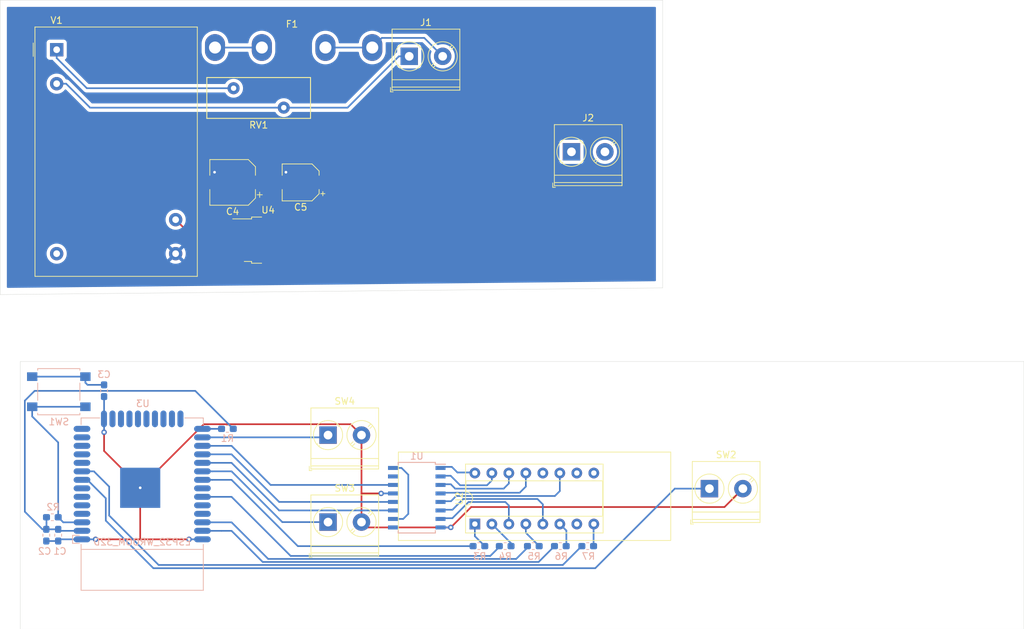
<source format=kicad_pcb>
(kicad_pcb (version 20221018) (generator pcbnew)
  (layers (0 "F.Cu" signal) (31 "B.Cu" signal) (34 "B.Paste" user) (35 "F.Paste" user) (36 "B.SilkS" user "B.Silkscreen") (37 "F.SilkS" user "F.Silkscreen") (38 "B.Mask" user) (39 "F.Mask" user) (44 "Edge.Cuts" user))
  (net 0 "")
  (net 1 "GND")
  (net 2 "+3V3")
  (net 3 "Net-(C3-Pad1)")
  (net 4 "/IO0")
  (net 5 "Net-(R2-Pad1)")
  (net 6 "/LED_DOT")
  (net 7 "Net-(R3-Pad2)")
  (net 8 "/LED_1")
  (net 9 "Net-(R4-Pad2)")
  (net 10 "Net-(R5-Pad2)")
  (net 11 "/LED_2")
  (net 12 "/LED_3")
  (net 13 "Net-(R6-Pad2)")
  (net 14 "Net-(R7-Pad2)")
  (net 15 "/LED_4")
  (net 16 "/UV_GO")
  (net 17 "/UV_DOWN")
  (net 18 "/UV_UP")
  (net 19 "Net-(U1-Pad9)")
  (net 20 "VCC")
  (net 21 "/LED_CLK")
  (net 22 "/LED_LATCH")
  (net 23 "/LED_DATA")
  (net 24 "Net-(U1-Pad15)")
  (net 25 "Net-(U3-Pad4)")
  (net 26 "Net-(U3-Pad5)")
  (net 27 "Net-(U3-Pad6)")
  (net 28 "Net-(U3-Pad7)")
  (net 29 "Net-(U3-Pad11)")
  (net 30 "Net-(U3-Pad12)")
  (net 31 "Net-(U3-Pad13)")
  (net 32 "Net-(U3-Pad14)")
  (net 33 "Net-(U3-Pad16)")
  (net 34 "Net-(U3-Pad17)")
  (net 35 "Net-(U3-Pad18)")
  (net 36 "Net-(U3-Pad19)")
  (net 37 "Net-(U3-Pad20)")
  (net 38 "Net-(U3-Pad21)")
  (net 39 "Net-(U3-Pad22)")
  (net 40 "Net-(U3-Pad23)")
  (net 41 "Net-(U3-Pad24)")
  (net 42 "Net-(U3-Pad32)")
  (net 43 "/RX")
  (net 44 "/TX")
  (net 45 "Net-(U2-Pad7)")
  (net 46 "Net-(U2-Pad9)")
  (net 47 "/LED_E")
  (net 48 "/LED_F")
  (net 49 "/LED_C")
  (net 50 "/LED_A")
  (net 51 "/LED_G")
  (net 52 "/LED_D")
  (net 53 "/LED_B")
  (net 54 "Net-(J2-Pad2)")
  (net 55 "Net-(U3-Pad10)")
  (net 56 "/UNFUSED_LIVE")
  (net 57 "/LIVE_IN")
  (net 58 "/NEUTRAL")
  (net 59 "/LIVE")
  (net 60 "Net-(V1-Pad3)")
  (net 61 "+12V")
  (net 62 "Net-(J2-Pad1)")
  (footprint "TerminalBlock_Phoenix:TerminalBlock_Phoenix_PT-1,5-2-5.0-H_1x02_P5.00mm_Horizontal" (layer "F.Cu") (at 198.42 127.298)
    (fp_text reference "SW2" (at 2.5 -5.06) (layer "F.SilkS"))
    (fp_text value "UV_STARTSTOP")
    (pad "1" thru_hole rect (at 0 0) (size 2.6 2.6) (drill 1.3) (layers "*.Cu" "*.Mask") (net 16 "/UV_GO"))
    (pad "2" thru_hole circle (at 5 0) (size 2.6 2.6) (drill 1.3) (layers "*.Cu" "*.Mask") (net 1 "GND"))
  )
  (footprint "TerminalBlock_Phoenix:TerminalBlock_Phoenix_PT-1,5-2-5.0-H_1x02_P5.00mm_Horizontal" (layer "F.Cu") (at 141.42 132.298)
    (fp_text reference "SW3" (at 2.5 -5.06) (layer "F.SilkS"))
    (fp_text value "UV_DOWN")
    (pad "1" thru_hole rect (at 0 0) (size 2.6 2.6) (drill 1.3) (layers "*.Cu" "*.Mask") (net 17 "/UV_DOWN"))
    (pad "2" thru_hole circle (at 5 0) (size 2.6 2.6) (drill 1.3) (layers "*.Cu" "*.Mask") (net 1 "GND"))
  )
  (footprint "TerminalBlock_Phoenix:TerminalBlock_Phoenix_PT-1,5-2-5.0-H_1x02_P5.00mm_Horizontal" (layer "F.Cu") (at 141.42 119.298)
    (fp_text reference "SW4" (at 2.5 -5.06) (layer "F.SilkS"))
    (fp_text value "UV_UP")
    (pad "1" thru_hole rect (at 0 0) (size 2.6 2.6) (drill 1.3) (layers "*.Cu" "*.Mask") (net 18 "/UV_UP"))
    (pad "2" thru_hole circle (at 5 0) (size 2.6 2.6) (drill 1.3) (layers "*.Cu" "*.Mask") (net 1 "GND"))
  )
  (footprint "Package_DIP:DIP-16_W7.62mm_Socket" (layer "F.Cu") (at 163.36 132.588 90)
    (fp_text reference "U2" (at 3.81 -2.33 90) (layer "F.SilkS"))
    (fp_text value "LTC-4627JR")
    (pad "1" thru_hole rect (at 0 0 90) (size 1.6 1.6) (drill 0.8) (layers "*.Cu" "*.Mask") (net 7 "Net-(R3-Pad2)"))
    (pad "2" thru_hole oval (at 0 2.54 90) (size 1.6 1.6) (drill 0.8) (layers "*.Cu" "*.Mask") (net 9 "Net-(R4-Pad2)"))
    (pad "3" thru_hole oval (at 0 5.08 90) (size 1.6 1.6) (drill 0.8) (layers "*.Cu" "*.Mask") (net 52 "/LED_D"))
    (pad "4" thru_hole oval (at 0 7.62 90) (size 1.6 1.6) (drill 0.8) (layers "*.Cu" "*.Mask") (net 10 "Net-(R5-Pad2)"))
    (pad "5" thru_hole oval (at 0 10.16 90) (size 1.6 1.6) (drill 0.8) (layers "*.Cu" "*.Mask") (net 47 "/LED_E"))
    (pad "6" thru_hole oval (at 0 12.7 90) (size 1.6 1.6) (drill 0.8) (layers "*.Cu" "*.Mask") (net 13 "Net-(R6-Pad2)"))
    (pad "7" thru_hole oval (at 0 15.24 90) (size 1.6 1.6) (drill 0.8) (layers "*.Cu" "*.Mask") (net 45 "Net-(U2-Pad7)"))
    (pad "8" thru_hole oval (at 0 17.78 90) (size 1.6 1.6) (drill 0.8) (layers "*.Cu" "*.Mask") (net 14 "Net-(R7-Pad2)"))
    (pad "9" thru_hole oval (at 7.62 17.78 90) (size 1.6 1.6) (drill 0.8) (layers "*.Cu" "*.Mask") (net 46 "Net-(U2-Pad9)"))
    (pad "10" thru_hole oval (at 7.62 15.24 90) (size 1.6 1.6) (drill 0.8) (layers "*.Cu" "*.Mask"))
    (pad "11" thru_hole oval (at 7.62 12.7 90) (size 1.6 1.6) (drill 0.8) (layers "*.Cu" "*.Mask") (net 48 "/LED_F"))
    (pad "12" thru_hole oval (at 7.62 10.16 90) (size 1.6 1.6) (drill 0.8) (layers "*.Cu" "*.Mask"))
    (pad "13" thru_hole oval (at 7.62 7.62 90) (size 1.6 1.6) (drill 0.8) (layers "*.Cu" "*.Mask") (net 49 "/LED_C"))
    (pad "14" thru_hole oval (at 7.62 5.08 90) (size 1.6 1.6) (drill 0.8) (layers "*.Cu" "*.Mask") (net 50 "/LED_A"))
    (pad "15" thru_hole oval (at 7.62 2.54 90) (size 1.6 1.6) (drill 0.8) (layers "*.Cu" "*.Mask") (net 51 "/LED_G"))
    (pad "16" thru_hole oval (at 7.62 0 90) (size 1.6 1.6) (drill 0.8) (layers "*.Cu" "*.Mask") (net 53 "/LED_B"))
  )
  (footprint "Fuse:Fuseholder_Glass_5mmx20mm" (layer "F.Cu") (at 131.528 61.376001)
    (fp_text reference "F1" (at 4.5 -3.5) (layer "F.SilkS"))
    (fp_text value "4A")
    (pad "1" thru_hole oval (at -7 0) (size 3 4) (drill 1.8) (layers "*.Cu" "*.Mask") (net 57 "/LIVE_IN"))
    (pad "1" thru_hole oval (at 0 0) (size 3 4) (drill 1.8) (layers "*.Cu" "*.Mask") (net 57 "/LIVE_IN"))
    (pad "2" thru_hole oval (at 9.5 0) (size 3 4) (drill 1.8) (layers "*.Cu" "*.Mask") (net 56 "/UNFUSED_LIVE"))
    (pad "2" thru_hole oval (at 16.5 0) (size 3 4) (drill 1.8) (layers "*.Cu" "*.Mask") (net 56 "/UNFUSED_LIVE"))
  )
  (footprint "TerminalBlock_Phoenix:TerminalBlock_Phoenix_PT-1,5-2-5.0-H_1x02_P5.00mm_Horizontal" (layer "F.Cu") (at 153.553001 62.691001)
    (fp_text reference "J1" (at 2.5 -5.06) (layer "F.SilkS"))
    (fp_text value "MAINS_IN")
    (pad "1" thru_hole rect (at 0 0) (size 2.6 2.6) (drill 1.3) (layers "*.Cu" "*.Mask") (net 58 "/NEUTRAL"))
    (pad "2" thru_hole circle (at 5 0) (size 2.6 2.6) (drill 1.3) (layers "*.Cu" "*.Mask") (net 56 "/UNFUSED_LIVE"))
  )
  (footprint "Varistor:RV_Disc_D15.5mm_W6.1mm_P7.5mm" (layer "F.Cu") (at 127.303001 67.461001)
    (fp_text reference "RV1" (at 3.75 5.5) (layer "F.SilkS"))
    (fp_text value "S14MOV")
    (pad "1" thru_hole circle (at 0 0) (size 1.8 1.8) (drill 0.8) (layers "*.Cu" "*.Mask") (net 59 "/LIVE"))
    (pad "2" thru_hole circle (at 7.5 2.9) (size 1.8 1.8) (drill 0.8) (layers "*.Cu" "*.Mask") (net 58 "/NEUTRAL"))
  )
  (footprint "Converter_ACDC:Converter_ACDC_RECOM_RAC04-xxSGx_THT" (layer "F.Cu") (at 100.863001 61.701001)
    (fp_text reference "V1" (at -0.01 -4.39 180) (layer "F.SilkS"))
    (fp_text value "4W AC-DC Converter")
    (pad "1" thru_hole rect (at 0 0 90) (size 2 2) (drill 1) (layers "*.Cu" "*.Mask") (net 59 "/LIVE"))
    (pad "2" thru_hole circle (at 0 5.08 90) (size 2 2) (drill 1) (layers "*.Cu" "*.Mask") (net 58 "/NEUTRAL"))
    (pad "3" thru_hole circle (at 0 30.48 180) (size 2 2) (drill 1) (layers "*.Cu" "*.Mask") (net 60 "Net-(V1-Pad3)"))
    (pad "4" thru_hole circle (at 17.78 30.48 90) (size 2 2) (drill 1) (layers "*.Cu" "*.Mask") (net 1 "GND"))
    (pad "5" thru_hole circle (at 17.78 25.4 90) (size 2 2) (drill 1) (layers "*.Cu" "*.Mask") (net 61 "+12V"))
  )
  (footprint "TerminalBlock_Phoenix:TerminalBlock_Phoenix_PT-1,5-2-5.0-H_1x02_P5.00mm_Horizontal" (layer "F.Cu") (at 177.8 76.962)
    (fp_text reference "J2" (at 2.5 -5.06) (layer "F.SilkS"))
    (fp_text value "AIR_FILTER")
    (pad "1" thru_hole rect (at 0 0) (size 2.6 2.6) (drill 1.3) (layers "*.Cu" "*.Mask") (net 62 "Net-(J2-Pad1)"))
    (pad "2" thru_hole circle (at 5 0) (size 2.6 2.6) (drill 1.3) (layers "*.Cu" "*.Mask") (net 54 "Net-(J2-Pad2)"))
  )
  (footprint "Capacitor_SMD:CP_Elec_6.3x5.4_Nichicon" (layer "F.Cu") (at 127.16 81.534 180)
    (fp_text reference "C4" (at 0 -4.35 180) (layer "F.SilkS"))
    (fp_text value "10uF")
    (pad "1" smd roundrect (at -2.7 0 180) (size 3.5 1.6) (layers "F.Cu" "F.Paste" "F.Mask") (roundrect_rratio 0.15625) (net 61 "+12V"))
    (pad "2" smd roundrect (at 2.7 0 180) (size 3.5 1.6) (layers "F.Cu" "F.Paste" "F.Mask") (roundrect_rratio 0.15625) (net 1 "GND"))
  )
  (footprint "Package_TO_SOT_SMD:TO-252-2" (layer "F.Cu") (at 132.47 90.164)
    (fp_text reference "U4" (at 0 -4.5) (layer "F.SilkS"))
    (fp_text value "NCP1117-3.3_TO252")
    (pad "1" smd rect (at -4.2 -2.28) (size 2.2 1.2) (layers "F.Cu" "F.Paste" "F.Mask") (net 1 "GND"))
    (pad "2" smd rect (at 2.1 0) (size 6.4 5.8) (layers "F.Cu" "F.Mask") (net 2 "+3V3"))
    (pad "3" smd rect (at -4.2 2.28) (size 2.2 1.2) (layers "F.Cu" "F.Paste" "F.Mask") (net 61 "+12V"))
  )
  (footprint "Capacitor_SMD:CP_Elec_5x5.4" (layer "F.Cu") (at 137.328 81.534 180)
    (fp_text reference "C5" (at 0 -3.7 180) (layer "F.SilkS"))
    (fp_text value "4.7uF")
    (pad "1" smd roundrect (at -2.2 0 180) (size 3 1.6) (layers "F.Cu" "F.Paste" "F.Mask") (roundrect_rratio 0.15625) (net 2 "+3V3"))
    (pad "2" smd roundrect (at 2.2 0 180) (size 3 1.6) (layers "F.Cu" "F.Paste" "F.Mask") (roundrect_rratio 0.15625) (net 1 "GND"))
  )
  (footprint "Capacitor_SMD:C_0603_1608Metric_Pad1.05x0.95mm_HandSolder" (layer "B.Cu") (at 101.092 134.253 90)
    (fp_text reference "C1" (at -2.399 0.254 180) (layer "B.SilkS") (effects (justify mirror)))
    (fp_text value "10uF")
    (pad "1" smd roundrect (at -0.875 0 90) (size 1.05 0.95) (layers "B.Cu" "B.Paste" "B.Mask") (net 1 "GND"))
    (pad "2" smd roundrect (at 0.875 0 90) (size 1.05 0.95) (layers "B.Cu" "B.Paste" "B.Mask") (net 2 "+3V3"))
  )
  (footprint "Resistor_SMD:R_0603_1608Metric_Pad1.05x0.95mm_HandSolder" (layer "B.Cu") (at 126.379 118.364)
    (fp_text reference "R1" (at 0 1.43) (layer "B.SilkS") (effects (justify mirror)))
    (fp_text value "10k")
    (pad "1" smd roundrect (at -0.875 0) (size 1.05 0.95) (layers "B.Cu" "B.Paste" "B.Mask") (net 4 "/IO0"))
    (pad "2" smd roundrect (at 0.875 0) (size 1.05 0.95) (layers "B.Cu" "B.Paste" "B.Mask") (net 2 "+3V3"))
  )
  (footprint "Resistor_SMD:R_0603_1608Metric_Pad1.05x0.95mm_HandSolder" (layer "B.Cu") (at 167.894 135.89)
    (fp_text reference "R4" (at 0 1.524) (layer "B.SilkS") (effects (justify mirror)))
    (fp_text value "R")
    (pad "1" smd roundrect (at -0.875 0) (size 1.05 0.95) (layers "B.Cu" "B.Paste" "B.Mask") (net 11 "/LED_2"))
    (pad "2" smd roundrect (at 0.875 0) (size 1.05 0.95) (layers "B.Cu" "B.Paste" "B.Mask") (net 9 "Net-(R4-Pad2)"))
  )
  (footprint "Package_SO:SOIC-16W_5.3x10.2mm_P1.27mm" (layer "B.Cu") (at 154.68 128.651 180)
    (fp_text reference "U1" (at 0 6.2 180) (layer "B.SilkS") (effects (justify mirror)))
    (fp_text value "74HC595")
    (pad "1" smd rect (at -3.55 4.445 180) (size 1.5 0.6) (layers "B.Cu" "B.Paste" "B.Mask") (net 53 "/LED_B"))
    (pad "2" smd rect (at -3.55 3.175 180) (size 1.5 0.6) (layers "B.Cu" "B.Paste" "B.Mask") (net 51 "/LED_G"))
    (pad "3" smd rect (at -3.55 1.905 180) (size 1.5 0.6) (layers "B.Cu" "B.Paste" "B.Mask") (net 50 "/LED_A"))
    (pad "4" smd rect (at -3.55 0.635 180) (size 1.5 0.6) (layers "B.Cu" "B.Paste" "B.Mask") (net 49 "/LED_C"))
    (pad "5" smd rect (at -3.55 -0.635 180) (size 1.5 0.6) (layers "B.Cu" "B.Paste" "B.Mask") (net 48 "/LED_F"))
    (pad "6" smd rect (at -3.55 -1.905 180) (size 1.5 0.6) (layers "B.Cu" "B.Paste" "B.Mask") (net 47 "/LED_E"))
    (pad "7" smd rect (at -3.55 -3.175 180) (size 1.5 0.6) (layers "B.Cu" "B.Paste" "B.Mask") (net 52 "/LED_D"))
    (pad "8" smd rect (at -3.55 -4.445 180) (size 1.5 0.6) (layers "B.Cu" "B.Paste" "B.Mask") (net 1 "GND"))
    (pad "9" smd rect (at 3.55 -4.445 180) (size 1.5 0.6) (layers "B.Cu" "B.Paste" "B.Mask") (net 19 "Net-(U1-Pad9)"))
    (pad "10" smd rect (at 3.55 -3.175 180) (size 1.5 0.6) (layers "B.Cu" "B.Paste" "B.Mask") (net 20 "VCC"))
    (pad "11" smd rect (at 3.55 -1.905 180) (size 1.5 0.6) (layers "B.Cu" "B.Paste" "B.Mask") (net 21 "/LED_CLK"))
    (pad "12" smd rect (at 3.55 -0.635 180) (size 1.5 0.6) (layers "B.Cu" "B.Paste" "B.Mask") (net 22 "/LED_LATCH"))
    (pad "13" smd rect (at 3.55 0.635 180) (size 1.5 0.6) (layers "B.Cu" "B.Paste" "B.Mask") (net 1 "GND"))
    (pad "14" smd rect (at 3.55 1.905 180) (size 1.5 0.6) (layers "B.Cu" "B.Paste" "B.Mask") (net 23 "/LED_DATA"))
    (pad "15" smd rect (at 3.55 3.175 180) (size 1.5 0.6) (layers "B.Cu" "B.Paste" "B.Mask") (net 24 "Net-(U1-Pad15)"))
    (pad "16" smd rect (at 3.55 4.445 180) (size 1.5 0.6) (layers "B.Cu" "B.Paste" "B.Mask") (net 20 "VCC"))
  )
  (footprint "Capacitor_SMD:C_0603_1608Metric_Pad1.05x0.95mm_HandSolder" (layer "B.Cu") (at 107.95 112.663 -90)
    (fp_text reference "C3" (at -2.427 0) (layer "B.SilkS") (effects (justify mirror)))
    (fp_text value "0.1uF")
    (pad "1" smd roundrect (at -0.875 0 270) (size 1.05 0.95) (layers "B.Cu" "B.Paste" "B.Mask") (net 3 "Net-(C3-Pad1)"))
    (pad "2" smd roundrect (at 0.875 0 270) (size 1.05 0.95) (layers "B.Cu" "B.Paste" "B.Mask") (net 1 "GND"))
  )
  (footprint "Resistor_SMD:R_0603_1608Metric_Pad1.05x0.95mm_HandSolder" (layer "B.Cu") (at 180.227 135.89)
    (fp_text reference "R7" (at 0.113 1.524) (layer "B.SilkS") (effects (justify mirror)))
    (fp_text value "R")
    (pad "1" smd roundrect (at -0.875 0) (size 1.05 0.95) (layers "B.Cu" "B.Paste" "B.Mask") (net 15 "/LED_4"))
    (pad "2" smd roundrect (at 0.875 0) (size 1.05 0.95) (layers "B.Cu" "B.Paste" "B.Mask") (net 14 "Net-(R7-Pad2)"))
  )
  (footprint "Resistor_SMD:R_0603_1608Metric_Pad1.05x0.95mm_HandSolder" (layer "B.Cu") (at 172.099 135.89)
    (fp_text reference "R5" (at 0.113 1.524) (layer "B.SilkS") (effects (justify mirror)))
    (fp_text value "R")
    (pad "1" smd roundrect (at -0.875 0) (size 1.05 0.95) (layers "B.Cu" "B.Paste" "B.Mask") (net 6 "/LED_DOT"))
    (pad "2" smd roundrect (at 0.875 0) (size 1.05 0.95) (layers "B.Cu" "B.Paste" "B.Mask") (net 10 "Net-(R5-Pad2)"))
  )
  (footprint "Resistor_SMD:R_0603_1608Metric_Pad1.05x0.95mm_HandSolder" (layer "B.Cu") (at 176.135 135.89)
    (fp_text reference "R6" (at 0.141 1.524) (layer "B.SilkS") (effects (justify mirror)))
    (fp_text value "R")
    (pad "1" smd roundrect (at -0.875 0) (size 1.05 0.95) (layers "B.Cu" "B.Paste" "B.Mask") (net 12 "/LED_3"))
    (pad "2" smd roundrect (at 0.875 0) (size 1.05 0.95) (layers "B.Cu" "B.Paste" "B.Mask") (net 13 "Net-(R6-Pad2)"))
  )
  (footprint "Button_Switch_SMD:SW_SPST_B3S-1000" (layer "B.Cu") (at 101.181 112.812)
    (fp_text reference "SW1" (at 0 4.5) (layer "B.SilkS") (effects (justify mirror)))
    (fp_text value "Reset")
    (pad "1" smd rect (at -3.975 2.25) (size 1.55 1.3) (layers "B.Cu" "B.Paste" "B.Mask") (net 5 "Net-(R2-Pad1)"))
    (pad "1" smd rect (at 3.975 2.25) (size 1.55 1.3) (layers "B.Cu" "B.Paste" "B.Mask") (net 5 "Net-(R2-Pad1)"))
    (pad "2" smd rect (at -3.975 -2.25) (size 1.55 1.3) (layers "B.Cu" "B.Paste" "B.Mask") (net 3 "Net-(C3-Pad1)"))
    (pad "2" smd rect (at 3.975 -2.25) (size 1.55 1.3) (layers "B.Cu" "B.Paste" "B.Mask") (net 3 "Net-(C3-Pad1)"))
  )
  (footprint "Resistor_SMD:R_0603_1608Metric_Pad1.05x0.95mm_HandSolder" (layer "B.Cu") (at 163.971 135.89)
    (fp_text reference "R3" (at 0.113 1.524) (layer "B.SilkS") (effects (justify mirror)))
    (fp_text value "R")
    (pad "1" smd roundrect (at -0.875 0) (size 1.05 0.95) (layers "B.Cu" "B.Paste" "B.Mask") (net 8 "/LED_1"))
    (pad "2" smd roundrect (at 0.875 0) (size 1.05 0.95) (layers "B.Cu" "B.Paste" "B.Mask") (net 7 "Net-(R3-Pad2)"))
  )
  (footprint "Module:Espressif_ESP32_WROOM_32D_SMT" (layer "B.Cu") (at 113.648 126.624)
    (fp_text reference "U3" (at 0.0937 -12.0357) (layer "B.SilkS") (effects (justify mirror)))
    (fp_text value "ESP32-WROOM-32D")
    (fp_text user "ESP32_WROOM_32D" (at 0 8.65) (layer "B.SilkS") (effects (justify mirror)))
    (pad "1" smd oval (at -9 8.25 180) (size 2.5 0.9) (layers "B.Cu" "B.Paste" "B.Mask") (net 1 "GND"))
    (pad "2" smd oval (at -9 6.98 180) (size 2.5 0.9) (layers "B.Cu" "B.Paste" "B.Mask") (net 2 "+3V3"))
    (pad "3" smd oval (at -9 5.71 180) (size 2.5 0.9) (layers "B.Cu" "B.Paste" "B.Mask") (net 5 "Net-(R2-Pad1)"))
    (pad "4" smd oval (at -9 4.44 180) (size 2.5 0.9) (layers "B.Cu" "B.Paste" "B.Mask") (net 25 "Net-(U3-Pad4)"))
    (pad "5" smd oval (at -9 3.17 180) (size 2.5 0.9) (layers "B.Cu" "B.Paste" "B.Mask") (net 26 "Net-(U3-Pad5)"))
    (pad "6" smd oval (at -9 1.9 180) (size 2.5 0.9) (layers "B.Cu" "B.Paste" "B.Mask") (net 27 "Net-(U3-Pad6)"))
    (pad "7" smd oval (at -9 0.63 180) (size 2.5 0.9) (layers "B.Cu" "B.Paste" "B.Mask") (net 28 "Net-(U3-Pad7)"))
    (pad "8" smd oval (at -9 -0.64 180) (size 2.5 0.9) (layers "B.Cu" "B.Paste" "B.Mask") (net 16 "/UV_GO"))
    (pad "9" smd oval (at -9 -1.91 180) (size 2.5 0.9) (layers "B.Cu" "B.Paste" "B.Mask") (net 15 "/LED_4"))
    (pad "10" smd oval (at -9 -3.18 180) (size 2.5 0.9) (layers "B.Cu" "B.Paste" "B.Mask") (net 55 "Net-(U3-Pad10)"))
    (pad "11" smd oval (at -9 -4.45 180) (size 2.5 0.9) (layers "B.Cu" "B.Paste" "B.Mask") (net 29 "Net-(U3-Pad11)"))
    (pad "12" smd oval (at -9 -5.72 180) (size 2.5 0.9) (layers "B.Cu" "B.Paste" "B.Mask") (net 30 "Net-(U3-Pad12)"))
    (pad "13" smd oval (at -9 -6.99 180) (size 2.5 0.9) (layers "B.Cu" "B.Paste" "B.Mask") (net 31 "Net-(U3-Pad13)"))
    (pad "14" smd oval (at -9 -8.26 180) (size 2.5 0.9) (layers "B.Cu" "B.Paste" "B.Mask") (net 32 "Net-(U3-Pad14)"))
    (pad "15" smd oval (at -5.715 -9.75 180) (size 0.9 2.5) (layers "B.Cu" "B.Paste" "B.Mask") (net 1 "GND"))
    (pad "16" smd oval (at -4.445 -9.75 180) (size 0.9 2.5) (layers "B.Cu" "B.Paste" "B.Mask") (net 33 "Net-(U3-Pad16)"))
    (pad "17" smd oval (at -3.175 -9.75 180) (size 0.9 2.5) (layers "B.Cu" "B.Paste" "B.Mask") (net 34 "Net-(U3-Pad17)"))
    (pad "18" smd oval (at -1.905 -9.75 180) (size 0.9 2.5) (layers "B.Cu" "B.Paste" "B.Mask") (net 35 "Net-(U3-Pad18)"))
    (pad "19" smd oval (at -0.635 -9.75 180) (size 0.9 2.5) (layers "B.Cu" "B.Paste" "B.Mask") (net 36 "Net-(U3-Pad19)"))
    (pad "20" smd oval (at 0.635 -9.75 180) (size 0.9 2.5) (layers "B.Cu" "B.Paste" "B.Mask") (net 37 "Net-(U3-Pad20)"))
    (pad "21" smd oval (at 1.905 -9.75 180) (size 0.9 2.5) (layers "B.Cu" "B.Paste" "B.Mask") (net 38 "Net-(U3-Pad21)"))
    (pad "22" smd oval (at 3.175 -9.75 180) (size 0.9 2.5) (layers "B.Cu" "B.Paste" "B.Mask") (net 39 "Net-(U3-Pad22)"))
    (pad "23" smd oval (at 4.445 -9.75 180) (size 0.9 2.5) (layers "B.Cu" "B.Paste" "B.Mask") (net 40 "Net-(U3-Pad23)"))
    (pad "24" smd oval (at 5.715 -9.75 180) (size 0.9 2.5) (layers "B.Cu" "B.Paste" "B.Mask") (net 41 "Net-(U3-Pad24)"))
    (pad "25" smd oval (at 9 -8.26 180) (size 2.5 0.9) (layers "B.Cu" "B.Paste" "B.Mask") (net 4 "/IO0"))
    (pad "26" smd oval (at 9 -6.99 180) (size 2.5 0.9) (layers "B.Cu" "B.Paste" "B.Mask") (net 18 "/UV_UP"))
    (pad "27" smd oval (at 9 -5.72 180) (size 2.5 0.9) (layers "B.Cu" "B.Paste" "B.Mask") (net 23 "/LED_DATA"))
    (pad "28" smd oval (at 9 -4.45 180) (size 2.5 0.9) (layers "B.Cu" "B.Paste" "B.Mask") (net 22 "/LED_LATCH"))
    (pad "29" smd oval (at 9 -3.18 180) (size 2.5 0.9) (layers "B.Cu" "B.Paste" "B.Mask") (net 21 "/LED_CLK"))
    (pad "30" smd oval (at 9 -1.91 180) (size 2.5 0.9) (layers "B.Cu" "B.Paste" "B.Mask") (net 17 "/UV_DOWN"))
    (pad "31" smd oval (at 9 -0.64 180) (size 2.5 0.9) (layers "B.Cu" "B.Paste" "B.Mask") (net 8 "/LED_1"))
    (pad "32" smd oval (at 9 0.63 180) (size 2.5 0.9) (layers "B.Cu" "B.Paste" "B.Mask") (net 42 "Net-(U3-Pad32)"))
    (pad "33" smd oval (at 9 1.9 180) (size 2.5 0.9) (layers "B.Cu" "B.Paste" "B.Mask") (net 11 "/LED_2"))
    (pad "34" smd oval (at 9 3.17 180) (size 2.5 0.9) (layers "B.Cu" "B.Paste" "B.Mask") (net 43 "/RX"))
    (pad "35" smd oval (at 9 4.44 180) (size 2.5 0.9) (layers "B.Cu" "B.Paste" "B.Mask") (net 44 "/TX"))
    (pad "36" smd oval (at 9 5.71 180) (size 2.5 0.9) (layers "B.Cu" "B.Paste" "B.Mask") (net 6 "/LED_DOT"))
    (pad "37" smd oval (at 9 6.98 180) (size 2.5 0.9) (layers "B.Cu" "B.Paste" "B.Mask") (net 12 "/LED_3"))
    (pad "38" smd oval (at 9 8.25 180) (size 2.5 0.9) (layers "B.Cu" "B.Paste" "B.Mask") (net 1 "GND"))
    (pad "39" smd rect (at -0.3 0.55 180) (size 6 6) (layers "B.Cu" "B.Paste" "B.Mask") (net 1 "GND"))
  )
  (footprint "Resistor_SMD:R_0603_1608Metric_Pad1.05x0.95mm_HandSolder" (layer "B.Cu") (at 100.217 131.572 180)
    (fp_text reference "R2" (at -0.113 1.524) (layer "B.SilkS") (effects (justify mirror)))
    (fp_text value "10k")
    (pad "1" smd roundrect (at -0.875 0 180) (size 1.05 0.95) (layers "B.Cu" "B.Paste" "B.Mask") (net 5 "Net-(R2-Pad1)"))
    (pad "2" smd roundrect (at 0.875 0 180) (size 1.05 0.95) (layers "B.Cu" "B.Paste" "B.Mask") (net 2 "+3V3"))
  )
  (footprint "Capacitor_SMD:C_0603_1608Metric_Pad1.05x0.95mm_HandSolder" (layer "B.Cu") (at 99.314 134.253 -90)
    (fp_text reference "C2" (at 2.399 0.254 180) (layer "B.SilkS") (effects (justify mirror)))
    (fp_text value "0.1uF")
    (pad "1" smd roundrect (at -0.875 0 270) (size 1.05 0.95) (layers "B.Cu" "B.Paste" "B.Mask") (net 2 "+3V3"))
    (pad "2" smd roundrect (at 0.875 0 270) (size 1.05 0.95) (layers "B.Cu" "B.Paste" "B.Mask") (net 1 "GND"))
  )
  (gr_line (start 151.93 135.045) (end 151.93 121.837) (stroke (width 0.12)) (layer "F.SilkS"))
  (gr_line (start 192.6335 121.837) (end 192.6335 135.045) (stroke (width 0.12)) (layer "F.SilkS"))
  (gr_line (start 151.93 121.837) (end 192.6335 121.837) (stroke (width 0.12)) (layer "F.SilkS"))
  (gr_line (start 192.57 135.045) (end 151.93 135.045) (stroke (width 0.12)) (layer "F.SilkS"))
  (gr_line (start 191.42 97.298) (end 191.42 54.298) (stroke (width 0.05)) (layer "Edge.Cuts"))
  (gr_line (start 95.42 148.298) (end 95.42 108.298) (stroke (width 0.05)) (layer "Edge.Cuts"))
  (gr_line (start 95.42 148.298) (end 245.42 148.298) (stroke (width 0.05)) (layer "Edge.Cuts"))
  (gr_line (start 191.42 54.298) (end 92.42 54.298) (stroke (width 0.05)) (layer "Edge.Cuts"))
  (gr_line (start 92.42 98.298) (end 191.42 97.298) (stroke (width 0.05)) (layer "Edge.Cuts"))
  (gr_line (start 95.42 108.298) (end 245.42 108.298) (stroke (width 0.05)) (layer "Edge.Cuts"))
  (gr_line (start 245.42 108.298) (end 245.42 148.298) (stroke (width 0.05)) (layer "Edge.Cuts"))
  (gr_line (start 92.42 54.298) (end 92.42 98.298) (stroke (width 0.05)) (layer "Edge.Cuts"))
  (segment (start 200.67 130.048) (end 203.42 127.298) (width 0.25) (layer "F.Cu") (net 1))
  (segment (start 113.348 127.174) (end 113.348 127.064) (width 0.25) (layer "F.Cu") (net 1))
  (segment (start 124.46 80.01) (end 124.46 81.534) (width 0.25) (layer "F.Cu") (net 1))
  (segment (start 122.849001 117.672999) (end 113.348 127.174) (width 0.25) (layer "F.Cu") (net 1))
  (segment (start 146.42 119.298) (end 144.794999 117.672999) (width 0.25) (layer "F.Cu") (net 1))
  (segment (start 128.27 87.884) (end 128.27 85.344) (width 0.25) (layer "F.Cu") (net 1))
  (segment (start 162.814 130.048) (end 200.67 130.048) (width 0.25) (layer "F.Cu") (net 1))
  (segment (start 107.95 121.666) (end 107.95 118.872) (width 0.25) (layer "F.Cu") (net 1))
  (segment (start 146.42 127.762) (end 146.42 132.298) (width 0.25) (layer "F.Cu") (net 1))
  (segment (start 113.348 134.81932) (end 113.348 127.174) (width 0.25) (layer "F.Cu") (net 1))
  (segment (start 128.27 85.344) (end 124.46 81.534) (width 0.25) (layer "F.Cu") (net 1))
  (segment (start 159.766 133.096) (end 147.218 133.096) (width 0.25) (layer "F.Cu") (net 1))
  (segment (start 135.128 81.534) (end 135.128 80.01) (width 0.25) (layer "F.Cu") (net 1))
  (segment (start 149.352 128.016) (end 146.42 128.016) (width 0.25) (layer "F.Cu") (net 1))
  (segment (start 120.65 134.874) (end 113.29332 134.874) (width 0.25) (layer "F.Cu") (net 1))
  (segment (start 113.348 127.064) (end 107.95 121.666) (width 0.25) (layer "F.Cu") (net 1))
  (segment (start 159.766 133.096) (end 162.814 130.048) (width 0.25) (layer "F.Cu") (net 1))
  (segment (start 147.218 133.096) (end 146.42 132.298) (width 0.25) (layer "F.Cu") (net 1))
  (segment (start 113.29332 134.874) (end 113.348 134.81932) (width 0.25) (layer "F.Cu") (net 1))
  (segment (start 146.42 119.298) (end 146.42 121.136477) (width 0.25) (layer "F.Cu") (net 1))
  (segment (start 146.42 121.136477) (end 146.42 127.762) (width 0.25) (layer "F.Cu") (net 1))
  (segment (start 144.794999 117.672999) (end 122.849001 117.672999) (width 0.25) (layer "F.Cu") (net 1))
  (segment (start 106.68 134.874) (end 113.284 134.874) (width 0.25) (layer "F.Cu") (net 1))
  (via (at 107.95 118.872) (size 0.8) (drill 0.4) (layers "F.Cu" "B.Cu") (net 1))
  (via (at 106.68 134.874) (size 0.8) (drill 0.4) (layers "F.Cu" "B.Cu") (net 1))
  (via (at 124.46 80.01) (size 0.8) (drill 0.4) (layers "F.Cu" "B.Cu") (net 1))
  (via (at 159.766 133.096) (size 0.8) (drill 0.4) (layers "F.Cu" "B.Cu") (net 1))
  (via (at 120.65 134.874) (size 0.8) (drill 0.4) (layers "F.Cu" "B.Cu") (net 1))
  (via (at 149.352 128.016) (size 0.8) (drill 0.4) (layers "F.Cu" "B.Cu") (net 1))
  (via (at 135.128 80.01) (size 0.8) (drill 0.4) (layers "F.Cu" "B.Cu") (net 1))
  (via (at 113.348 127.174) (size 0.8) (drill 0.4) (layers "F.Cu" "B.Cu") (net 1))
  (segment (start 107.95 116.891) (end 107.933 116.874) (width 0.25) (layer "B.Cu") (net 1))
  (segment (start 107.95 113.538) (end 107.95 116.857) (width 0.25) (layer "B.Cu") (net 1))
  (segment (start 118.11 80.01) (end 115.062 83.058) (width 0.25) (layer "B.Cu") (net 1))
  (segment (start 122.648 134.874) (end 120.65 134.874) (width 0.25) (layer "B.Cu") (net 1))
  (segment (start 101.346 134.874) (end 101.092 135.128) (width 0.25) (layer "B.Cu") (net 1))
  (segment (start 158.23 133.096) (end 159.766 133.096) (width 0.25) (layer "B.Cu") (net 1))
  (segment (start 135.128 80.01) (end 124.46 80.01) (width 0.25) (layer "B.Cu") (net 1))
  (segment (start 115.062 83.058) (end 115.062 88.6) (width 0.25) (layer "B.Cu") (net 1))
  (segment (start 113.807992 127.376708) (end 113.507992 127.076708) (width 0.25) (layer "B.Cu") (net 1))
  (segment (start 151.13 128.016) (end 149.352 128.016) (width 0.25) (layer "B.Cu") (net 1))
  (segment (start 124.46 80.01) (end 118.11 80.01) (width 0.25) (layer "B.Cu") (net 1))
  (segment (start 106.68 134.874) (end 104.648 134.874) (width 0.25) (layer "B.Cu") (net 1))
  (segment (start 104.648 134.874) (end 101.346 134.874) (width 0.25) (layer "B.Cu") (net 1))
  (segment (start 101.092 135.128) (end 99.314 135.128) (width 0.25) (layer "B.Cu") (net 1))
  (segment (start 107.95 116.857) (end 107.933 116.874) (width 0.25) (layer "B.Cu") (net 1))
  (segment (start 115.062 88.6) (end 118.643001 92.181001) (width 0.25) (layer "B.Cu") (net 1))
  (segment (start 107.95 118.872) (end 107.95 116.891) (width 0.25) (layer "B.Cu") (net 1))
  (segment (start 134.57 86.492) (end 139.528 81.534) (width 0.25) (layer "F.Cu") (net 2))
  (segment (start 134.57 90.164) (end 134.57 86.492) (width 0.25) (layer "F.Cu") (net 2))
  (segment (start 99.342 131.572) (end 99.342 133.35) (width 0.25) (layer "B.Cu") (net 2))
  (segment (start 101.318 133.604) (end 101.092 133.378) (width 0.25) (layer "B.Cu") (net 2))
  (segment (start 96.105999 130.744999) (end 96.105999 114.151999) (width 0.25) (layer "B.Cu") (net 2))
  (segment (start 98.739 133.378) (end 96.105999 130.744999) (width 0.25) (layer "B.Cu") (net 2))
  (segment (start 104.648 133.604) (end 101.318 133.604) (width 0.25) (layer "B.Cu") (net 2))
  (segment (start 99.314 133.378) (end 101.092 133.378) (width 0.25) (layer "B.Cu") (net 2))
  (segment (start 96.105999 114.151999) (end 97.570008 112.68799) (width 0.25) (layer "B.Cu") (net 2))
  (segment (start 99.314 133.378) (end 98.739 133.378) (width 0.25) (layer "B.Cu") (net 2))
  (segment (start 99.342 133.35) (end 99.314 133.378) (width 0.25) (layer "B.Cu") (net 2))
  (segment (start 126.754928 117.864928) (end 127.254 118.364) (width 0.25) (layer "B.Cu") (net 2))
  (segment (start 97.570008 112.68799) (end 121.57799 112.68799) (width 0.25) (layer "B.Cu") (net 2))
  (segment (start 121.57799 112.68799) (end 126.754928 117.864928) (width 0.25) (layer "B.Cu") (net 2))
  (segment (start 105.156 111.462) (end 105.156 110.562) (width 0.25) (layer "B.Cu") (net 3))
  (segment (start 97.206 110.562) (end 98.231 110.562) (width 0.25) (layer "B.Cu") (net 3))
  (segment (start 107.95 111.788) (end 105.482 111.788) (width 0.25) (layer "B.Cu") (net 3))
  (segment (start 105.482 111.788) (end 105.156 111.462) (width 0.25) (layer "B.Cu") (net 3))
  (segment (start 98.231 110.562) (end 105.156 110.562) (width 0.25) (layer "B.Cu") (net 3))
  (segment (start 125.504 118.364) (end 122.648 118.364) (width 0.25) (layer "B.Cu") (net 4))
  (segment (start 97.206 115.062) (end 97.206 116.51) (width 0.25) (layer "B.Cu") (net 5))
  (segment (start 97.206 116.51) (end 101.092 120.396) (width 0.25) (layer "B.Cu") (net 5))
  (segment (start 105.156 115.062) (end 97.206 115.062) (width 0.25) (layer "B.Cu") (net 5))
  (segment (start 101.092 131.572) (end 101.854 132.334) (width 0.25) (layer "B.Cu") (net 5))
  (segment (start 101.854 132.334) (end 104.648 132.334) (width 0.25) (layer "B.Cu") (net 5))
  (segment (start 101.092 120.396) (end 101.092 131.572) (width 0.25) (layer "B.Cu") (net 5))
  (segment (start 169.533978 137.806022) (end 132.472022 137.806022) (width 0.25) (layer "B.Cu") (net 6))
  (segment (start 132.472022 137.806022) (end 127 132.334) (width 0.25) (layer "B.Cu") (net 6))
  (segment (start 127 132.334) (end 122.648 132.334) (width 0.25) (layer "B.Cu") (net 6))
  (segment (start 171.45 135.89) (end 169.533978 137.806022) (width 0.25) (layer "B.Cu") (net 6))
  (segment (start 163.36 132.588) (end 163.36 134.404) (width 0.25) (layer "B.Cu") (net 7))
  (segment (start 163.36 134.404) (end 164.846 135.89) (width 0.25) (layer "B.Cu") (net 7))
  (segment (start 136.906 135.89) (end 127 125.984) (width 0.25) (layer "B.Cu") (net 8))
  (segment (start 163.068 135.89) (end 136.906 135.89) (width 0.25) (layer "B.Cu") (net 8))
  (segment (start 127 125.984) (end 124.148 125.984) (width 0.25) (layer "B.Cu") (net 8))
  (segment (start 124.148 125.984) (end 122.648 125.984) (width 0.25) (layer "B.Cu") (net 8))
  (segment (start 168.769 135.457) (end 168.769 135.89) (width 0.25) (layer "B.Cu") (net 9))
  (segment (start 165.9 132.588) (end 168.769 135.457) (width 0.25) (layer "B.Cu") (net 9))
  (segment (start 170.98 132.588) (end 170.98 133.896) (width 0.25) (layer "B.Cu") (net 10))
  (segment (start 170.98 133.896) (end 172.974 135.89) (width 0.25) (layer "B.Cu") (net 10))
  (segment (start 135.832011 137.356011) (end 127 128.524) (width 0.25) (layer "B.Cu") (net 11))
  (segment (start 167.132 135.89) (end 165.665989 137.356011) (width 0.25) (layer "B.Cu") (net 11))
  (segment (start 165.665989 137.356011) (end 135.832011 137.356011) (width 0.25) (layer "B.Cu") (net 11))
  (segment (start 127 128.524) (end 122.648 128.524) (width 0.25) (layer "B.Cu") (net 11))
  (segment (start 127 133.604) (end 125.476 133.604) (width 0.25) (layer "B.Cu") (net 12))
  (segment (start 125.476 133.604) (end 122.648 133.604) (width 0.25) (layer "B.Cu") (net 12))
  (segment (start 175.26 135.89) (end 172.893967 138.256033) (width 0.25) (layer "B.Cu") (net 12))
  (segment (start 131.652033 138.256033) (end 127 133.604) (width 0.25) (layer "B.Cu") (net 12))
  (segment (start 172.893967 138.256033) (end 131.652033 138.256033) (width 0.25) (layer "B.Cu") (net 12))
  (segment (start 177.038 133.566) (end 177.038 135.89) (width 0.25) (layer "B.Cu") (net 13))
  (segment (start 176.06 132.588) (end 177.038 133.566) (width 0.25) (layer "B.Cu") (net 13))
  (segment (start 181.102 135.89) (end 181.102 132.626) (width 0.25) (layer "B.Cu") (net 14))
  (segment (start 181.102 132.626) (end 181.14 132.588) (width 0.25) (layer "B.Cu") (net 14))
  (segment (start 108.712 131.318) (end 108.712 127) (width 0.25) (layer "B.Cu") (net 15))
  (segment (start 116.100044 138.706044) (end 108.712 131.318) (width 0.25) (layer "B.Cu") (net 15))
  (segment (start 176.507956 138.706044) (end 116.100044 138.706044) (width 0.25) (layer "B.Cu") (net 15))
  (segment (start 108.712 127) (end 106.426 124.714) (width 0.25) (layer "B.Cu") (net 15))
  (segment (start 179.324 135.89) (end 176.507956 138.706044) (width 0.25) (layer "B.Cu") (net 15))
  (segment (start 106.426 124.714) (end 104.648 124.714) (width 0.25) (layer "B.Cu") (net 15))
  (segment (start 181.356 139.192) (end 115.316 139.192) (width 0.25) (layer "B.Cu") (net 16))
  (segment (start 198.42 127.298) (end 193.25 127.298) (width 0.25) (layer "B.Cu") (net 16))
  (segment (start 105.448 125.984) (end 104.648 125.984) (width 0.25) (layer "B.Cu") (net 16))
  (segment (start 108.204 132.08) (end 108.204 128.74) (width 0.25) (layer "B.Cu") (net 16))
  (segment (start 193.25 127.298) (end 181.356 139.192) (width 0.25) (layer "B.Cu") (net 16))
  (segment (start 108.204 128.74) (end 105.448 125.984) (width 0.25) (layer "B.Cu") (net 16))
  (segment (start 115.316 139.192) (end 108.204 132.08) (width 0.25) (layer "B.Cu") (net 16))
  (segment (start 134.584 132.298) (end 127 124.714) (width 0.25) (layer "B.Cu") (net 17))
  (segment (start 127 124.714) (end 124.148 124.714) (width 0.25) (layer "B.Cu") (net 17))
  (segment (start 141.42 132.298) (end 134.584 132.298) (width 0.25) (layer "B.Cu") (net 17))
  (segment (start 124.148 124.714) (end 122.648 124.714) (width 0.25) (layer "B.Cu") (net 17))
  (segment (start 122.905284 119.634) (end 122.807992 119.536708) (width 0.25) (layer "B.Cu") (net 18))
  (segment (start 141.084 119.634) (end 122.905284 119.634) (width 0.25) (layer "B.Cu") (net 18))
  (segment (start 141.42 119.298) (end 141.084 119.634) (width 0.25) (layer "B.Cu") (net 18))
  (segment (start 153.416 125.222) (end 152.4 124.206) (width 0.25) (layer "B.Cu") (net 20))
  (segment (start 153.416 131.064) (end 153.416 125.222) (width 0.25) (layer "B.Cu") (net 20))
  (segment (start 151.13 131.826) (end 152.654 131.826) (width 0.25) (layer "B.Cu") (net 20))
  (segment (start 152.4 124.206) (end 151.13 124.206) (width 0.25) (layer "B.Cu") (net 20))
  (segment (start 152.654 131.826) (end 153.416 131.064) (width 0.25) (layer "B.Cu") (net 20))
  (segment (start 151.13 130.556) (end 134.112 130.556) (width 0.25) (layer "B.Cu") (net 21))
  (segment (start 127 123.444) (end 122.648 123.444) (width 0.25) (layer "B.Cu") (net 21))
  (segment (start 134.112 130.556) (end 127 123.444) (width 0.25) (layer "B.Cu") (net 21))
  (segment (start 127 122.174) (end 122.648 122.174) (width 0.25) (layer "B.Cu") (net 22))
  (segment (start 134.112 129.286) (end 127 122.174) (width 0.25) (layer "B.Cu") (net 22))
  (segment (start 151.13 129.286) (end 134.112 129.286) (width 0.25) (layer "B.Cu") (net 22))
  (segment (start 151.13 126.746) (end 132.842 126.746) (width 0.25) (layer "B.Cu") (net 23))
  (segment (start 132.842 126.746) (end 127 120.904) (width 0.25) (layer "B.Cu") (net 23))
  (segment (start 127 120.904) (end 122.648 120.904) (width 0.25) (layer "B.Cu") (net 23))
  (segment (start 161.620011 128.847989) (end 172.719989 128.847989) (width 0.25) (layer "B.Cu") (net 47))
  (segment (start 172.719989 128.847989) (end 173.52 129.648) (width 0.25) (layer "B.Cu") (net 47))
  (segment (start 173.52 130.798) (end 173.52 132.505) (width 0.25) (layer "B.Cu") (net 47))
  (segment (start 173.52 129.648) (end 173.52 130.798) (width 0.25) (layer "B.Cu") (net 47))
  (segment (start 160.015 130.453) (end 161.620011 128.847989) (width 0.25) (layer "B.Cu") (net 47))
  (segment (start 158.22 130.453) (end 160.015 130.453) (width 0.25) (layer "B.Cu") (net 47))
  (segment (start 160.570022 128.397978) (end 159.785 129.183) (width 0.25) (layer "B.Cu") (net 48))
  (segment (start 175.320022 128.397978) (end 160.570022 128.397978) (width 0.25) (layer "B.Cu") (net 48))
  (segment (start 176.06 127.658) (end 175.320022 128.397978) (width 0.25) (layer "B.Cu") (net 48))
  (segment (start 159.785 129.183) (end 158.22 129.183) (width 0.25) (layer "B.Cu") (net 48))
  (segment (start 176.06 124.885) (end 176.06 127.658) (width 0.25) (layer "B.Cu") (net 48))
  (segment (start 170.98 126.988) (end 170.055 127.913) (width 0.25) (layer "B.Cu") (net 49))
  (segment (start 170.055 127.913) (end 158.22 127.913) (width 0.25) (layer "B.Cu") (net 49))
  (segment (start 170.98 124.885) (end 170.98 126.988) (width 0.25) (layer "B.Cu") (net 49))
  (segment (start 168.44 126.528) (end 167.67 127.298) (width 0.25) (layer "B.Cu") (net 50))
  (segment (start 160.42 127.298) (end 159.765 126.643) (width 0.25) (layer "B.Cu") (net 50))
  (segment (start 167.67 127.298) (end 160.42 127.298) (width 0.25) (layer "B.Cu") (net 50))
  (segment (start 168.44 124.885) (end 168.44 126.528) (width 0.25) (layer "B.Cu") (net 50))
  (segment (start 159.765 126.643) (end 158.22 126.643) (width 0.25) (layer "B.Cu") (net 50))
  (segment (start 165.9 124.885) (end 165.9 126.068) (width 0.25) (layer "B.Cu") (net 51))
  (segment (start 159.745 125.373) (end 158.22 125.373) (width 0.25) (layer "B.Cu") (net 51))
  (segment (start 165.17 126.798) (end 161.17 126.798) (width 0.25) (layer "B.Cu") (net 51))
  (segment (start 161.17 126.798) (end 159.745 125.373) (width 0.25) (layer "B.Cu") (net 51))
  (segment (start 165.9 126.068) (end 165.17 126.798) (width 0.25) (layer "B.Cu") (net 51))
  (segment (start 168.44 129.818) (end 167.92 129.298) (width 0.25) (layer "B.Cu") (net 52))
  (segment (start 167.92 129.298) (end 162.42 129.298) (width 0.25) (layer "B.Cu") (net 52))
  (segment (start 162.42 129.298) (end 159.995 131.723) (width 0.25) (layer "B.Cu") (net 52))
  (segment (start 159.995 131.723) (end 158.22 131.723) (width 0.25) (layer "B.Cu") (net 52))
  (segment (start 168.44 132.505) (end 168.44 129.818) (width 0.25) (layer "B.Cu") (net 52))
  (segment (start 163.36 124.885) (end 160.757 124.885) (width 0.25) (layer "B.Cu") (net 53))
  (segment (start 158.275 124.048) (end 158.22 124.103) (width 0.25) (layer "B.Cu") (net 53))
  (segment (start 159.92 124.048) (end 158.275 124.048) (width 0.25) (layer "B.Cu") (net 53))
  (segment (start 160.757 124.885) (end 159.92 124.048) (width 0.25) (layer "B.Cu") (net 53))
  (segment (start 141.028 61.376001) (end 148.028 61.376001) (width 0.25) (layer "B.Cu") (net 56))
  (segment (start 148.028 61.376001) (end 149.460001 59.944) (width 0.25) (layer "B.Cu") (net 56))
  (segment (start 155.806 59.944) (end 157.253002 61.391002) (width 0.25) (layer "B.Cu") (net 56))
  (segment (start 157.253002 61.391002) (end 158.553001 62.691001) (width 0.25) (layer "B.Cu") (net 56))
  (segment (start 149.460001 59.944) (end 155.806 59.944) (width 0.25) (layer "B.Cu") (net 56))
  (segment (start 124.528 61.376001) (end 131.528 61.376001) (width 0.25) (layer "B.Cu") (net 57))
  (segment (start 100.863001 66.781001) (end 102.277214 66.781001) (width 0.25) (layer "B.Cu") (net 58))
  (segment (start 152.003001 62.691001) (end 144.333001 70.361001) (width 0.25) (layer "B.Cu") (net 58))
  (segment (start 102.277214 66.781001) (end 105.857214 70.361001) (width 0.25) (layer "B.Cu") (net 58))
  (segment (start 144.333001 70.361001) (end 134.803001 70.361001) (width 0.25) (layer "B.Cu") (net 58))
  (segment (start 133.530209 70.361001) (end 134.803001 70.361001) (width 0.25) (layer "B.Cu") (net 58))
  (segment (start 105.857214 70.361001) (end 133.530209 70.361001) (width 0.25) (layer "B.Cu") (net 58))
  (segment (start 153.553001 62.691001) (end 152.003001 62.691001) (width 0.25) (layer "B.Cu") (net 58))
  (segment (start 127.303001 67.461001) (end 105.373001 67.461001) (width 0.25) (layer "B.Cu") (net 59))
  (segment (start 100.863001 62.951001) (end 100.863001 61.701001) (width 0.25) (layer "B.Cu") (net 59))
  (segment (start 105.373001 67.461001) (end 100.863001 62.951001) (width 0.25) (layer "B.Cu") (net 59))
  (segment (start 129.86 90.004) (end 129.86 82.434) (width 0.25) (layer "F.Cu") (net 61))
  (segment (start 128.27 92.444) (end 128.27 91.594) (width 0.25) (layer "F.Cu") (net 61))
  (segment (start 118.643001 87.101001) (end 123.986 92.444) (width 0.25) (layer "F.Cu") (net 61))
  (segment (start 123.986 92.444) (end 128.27 92.444) (width 0.25) (layer "F.Cu") (net 61))
  (segment (start 129.86 82.434) (end 129.86 81.534) (width 0.25) (layer "F.Cu") (net 61))
  (segment (start 128.27 91.594) (end 129.86 90.004) (width 0.25) (layer "F.Cu") (net 61))
  (zone (net 1) (net_name "GND") (layer "B.Cu") (connect_pads (clearance 0.508)) (min_thickness 0.254) (fill yes (thermal_gap 0.508) (thermal_bridge_width 0.508))
    (polygon (pts (xy 93.42 55.298) (xy 190.42 55.298) (xy 190.42 96.298) (xy 93.42 97.298)))
  )
)
</source>
